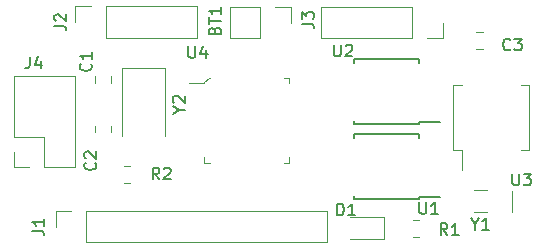
<source format=gto>
%TF.GenerationSoftware,KiCad,Pcbnew,(5.1.6-0-10_14)*%
%TF.CreationDate,2020-11-29T14:34:25+01:00*%
%TF.ProjectId,ArduinoClone,41726475-696e-46f4-936c-6f6e652e6b69,v1.0*%
%TF.SameCoordinates,Original*%
%TF.FileFunction,Legend,Top*%
%TF.FilePolarity,Positive*%
%FSLAX46Y46*%
G04 Gerber Fmt 4.6, Leading zero omitted, Abs format (unit mm)*
G04 Created by KiCad (PCBNEW (5.1.6-0-10_14)) date 2020-11-29 14:34:25*
%MOMM*%
%LPD*%
G01*
G04 APERTURE LIST*
%ADD10C,0.120000*%
%ADD11C,0.150000*%
%ADD12C,0.100000*%
G04 APERTURE END LIST*
D10*
%TO.C,BT1*%
X110811000Y-127448000D02*
X110811000Y-130108000D01*
X113411000Y-127448000D02*
X110811000Y-127448000D01*
X113411000Y-130108000D02*
X110811000Y-130108000D01*
X113411000Y-127448000D02*
X113411000Y-130108000D01*
X114681000Y-127448000D02*
X116011000Y-127448000D01*
X116011000Y-127448000D02*
X116011000Y-128778000D01*
%TO.C,C1*%
X99366000Y-133333748D02*
X99366000Y-133856252D01*
X100786000Y-133333748D02*
X100786000Y-133856252D01*
%TO.C,C2*%
X99366000Y-138047252D02*
X99366000Y-137524748D01*
X100786000Y-138047252D02*
X100786000Y-137524748D01*
%TO.C,C3*%
X132223252Y-131012000D02*
X131700748Y-131012000D01*
X132223252Y-129592000D02*
X131700748Y-129592000D01*
%TO.C,D1*%
X123898000Y-145217000D02*
X121038000Y-145217000D01*
X123898000Y-147137000D02*
X123898000Y-145217000D01*
X121038000Y-147137000D02*
X123898000Y-147137000D01*
%TO.C,J1*%
X96079000Y-146050000D02*
X96079000Y-144720000D01*
X96079000Y-144720000D02*
X97409000Y-144720000D01*
X98679000Y-144720000D02*
X119059000Y-144720000D01*
X119059000Y-147380000D02*
X119059000Y-144720000D01*
X98679000Y-147380000D02*
X119059000Y-147380000D01*
X98679000Y-147380000D02*
X98679000Y-144720000D01*
%TO.C,J2*%
X97730000Y-128728000D02*
X97730000Y-127398000D01*
X97730000Y-127398000D02*
X99060000Y-127398000D01*
X100330000Y-127398000D02*
X108010000Y-127398000D01*
X108010000Y-130058000D02*
X108010000Y-127398000D01*
X100330000Y-130058000D02*
X108010000Y-130058000D01*
X100330000Y-130058000D02*
X100330000Y-127398000D01*
%TO.C,J3*%
X126238000Y-127448000D02*
X126238000Y-130108000D01*
X126238000Y-127448000D02*
X118558000Y-127448000D01*
X118558000Y-127448000D02*
X118558000Y-130108000D01*
X126238000Y-130108000D02*
X118558000Y-130108000D01*
X128838000Y-130108000D02*
X127508000Y-130108000D01*
X128838000Y-128778000D02*
X128838000Y-130108000D01*
%TO.C,J4*%
X93853000Y-141030000D02*
X92523000Y-141030000D01*
X92523000Y-141030000D02*
X92523000Y-139700000D01*
X95123000Y-141030000D02*
X95123000Y-138430000D01*
X95123000Y-138430000D02*
X92523000Y-138430000D01*
X92523000Y-138430000D02*
X92523000Y-133290000D01*
X97723000Y-133290000D02*
X92523000Y-133290000D01*
X97723000Y-141030000D02*
X97723000Y-133290000D01*
X97723000Y-141030000D02*
X95123000Y-141030000D01*
%TO.C,R1*%
X126348748Y-146887000D02*
X126871252Y-146887000D01*
X126348748Y-145467000D02*
X126871252Y-145467000D01*
%TO.C,R2*%
X101837748Y-140895000D02*
X102360252Y-140895000D01*
X101837748Y-142315000D02*
X102360252Y-142315000D01*
D11*
%TO.C,U1*%
X126829000Y-143725000D02*
X126829000Y-143520000D01*
X121329000Y-143725000D02*
X121329000Y-143425000D01*
X121329000Y-138215000D02*
X121329000Y-138515000D01*
X126829000Y-138215000D02*
X126829000Y-138515000D01*
X126829000Y-143725000D02*
X121329000Y-143725000D01*
X126829000Y-138215000D02*
X121329000Y-138215000D01*
X126829000Y-143520000D02*
X128579000Y-143520000D01*
%TO.C,U2*%
X126829000Y-137170000D02*
X128579000Y-137170000D01*
X126829000Y-131865000D02*
X121329000Y-131865000D01*
X126829000Y-137375000D02*
X121329000Y-137375000D01*
X126829000Y-131865000D02*
X126829000Y-132165000D01*
X121329000Y-131865000D02*
X121329000Y-132165000D01*
X121329000Y-137375000D02*
X121329000Y-137075000D01*
X126829000Y-137375000D02*
X126829000Y-137170000D01*
D10*
%TO.C,U3*%
X130504000Y-139539000D02*
X130504000Y-141229000D01*
X129759000Y-139539000D02*
X130504000Y-139539000D01*
X129759000Y-136779000D02*
X129759000Y-139539000D01*
X129759000Y-134019000D02*
X130504000Y-134019000D01*
X129759000Y-136779000D02*
X129759000Y-134019000D01*
X136179000Y-139539000D02*
X135434000Y-139539000D01*
X136179000Y-136779000D02*
X136179000Y-139539000D01*
X136179000Y-134019000D02*
X135434000Y-134019000D01*
X136179000Y-136779000D02*
X136179000Y-134019000D01*
D12*
%TO.C,U4*%
X108668000Y-140633000D02*
X108668000Y-140183000D01*
X108668000Y-140633000D02*
X109118000Y-140633000D01*
X115868000Y-140633000D02*
X115418000Y-140633000D01*
X115868000Y-140633000D02*
X115868000Y-140183000D01*
X115868000Y-133433000D02*
X115868000Y-133883000D01*
X115868000Y-133433000D02*
X115418000Y-133433000D01*
X108668000Y-133883000D02*
X107368000Y-133883000D01*
X108668000Y-133783000D02*
X108668000Y-133883000D01*
X109018000Y-133433000D02*
X108668000Y-133783000D01*
X109118000Y-133433000D02*
X109018000Y-133433000D01*
D10*
%TO.C,Y1*%
X134754000Y-144791000D02*
X134754000Y-142991000D01*
X132604000Y-142941000D02*
X131504000Y-142941000D01*
X132604000Y-144841000D02*
X131504000Y-144841000D01*
%TO.C,Y2*%
X101705000Y-132641000D02*
X101705000Y-138391000D01*
X105305000Y-132641000D02*
X101705000Y-132641000D01*
X105305000Y-138391000D02*
X105305000Y-132641000D01*
%TO.C,BT1*%
D11*
X109529571Y-129436714D02*
X109577190Y-129293857D01*
X109624809Y-129246238D01*
X109720047Y-129198619D01*
X109862904Y-129198619D01*
X109958142Y-129246238D01*
X110005761Y-129293857D01*
X110053380Y-129389095D01*
X110053380Y-129770047D01*
X109053380Y-129770047D01*
X109053380Y-129436714D01*
X109101000Y-129341476D01*
X109148619Y-129293857D01*
X109243857Y-129246238D01*
X109339095Y-129246238D01*
X109434333Y-129293857D01*
X109481952Y-129341476D01*
X109529571Y-129436714D01*
X109529571Y-129770047D01*
X109053380Y-128912904D02*
X109053380Y-128341476D01*
X110053380Y-128627190D02*
X109053380Y-128627190D01*
X110053380Y-127484333D02*
X110053380Y-128055761D01*
X110053380Y-127770047D02*
X109053380Y-127770047D01*
X109196238Y-127865285D01*
X109291476Y-127960523D01*
X109339095Y-128055761D01*
%TO.C,C1*%
X99036142Y-132246666D02*
X99083761Y-132294285D01*
X99131380Y-132437142D01*
X99131380Y-132532380D01*
X99083761Y-132675238D01*
X98988523Y-132770476D01*
X98893285Y-132818095D01*
X98702809Y-132865714D01*
X98559952Y-132865714D01*
X98369476Y-132818095D01*
X98274238Y-132770476D01*
X98179000Y-132675238D01*
X98131380Y-132532380D01*
X98131380Y-132437142D01*
X98179000Y-132294285D01*
X98226619Y-132246666D01*
X99131380Y-131294285D02*
X99131380Y-131865714D01*
X99131380Y-131580000D02*
X98131380Y-131580000D01*
X98274238Y-131675238D01*
X98369476Y-131770476D01*
X98417095Y-131865714D01*
%TO.C,C2*%
X99417142Y-140628666D02*
X99464761Y-140676285D01*
X99512380Y-140819142D01*
X99512380Y-140914380D01*
X99464761Y-141057238D01*
X99369523Y-141152476D01*
X99274285Y-141200095D01*
X99083809Y-141247714D01*
X98940952Y-141247714D01*
X98750476Y-141200095D01*
X98655238Y-141152476D01*
X98560000Y-141057238D01*
X98512380Y-140914380D01*
X98512380Y-140819142D01*
X98560000Y-140676285D01*
X98607619Y-140628666D01*
X98607619Y-140247714D02*
X98560000Y-140200095D01*
X98512380Y-140104857D01*
X98512380Y-139866761D01*
X98560000Y-139771523D01*
X98607619Y-139723904D01*
X98702857Y-139676285D01*
X98798095Y-139676285D01*
X98940952Y-139723904D01*
X99512380Y-140295333D01*
X99512380Y-139676285D01*
%TO.C,C3*%
X134580333Y-131040142D02*
X134532714Y-131087761D01*
X134389857Y-131135380D01*
X134294619Y-131135380D01*
X134151761Y-131087761D01*
X134056523Y-130992523D01*
X134008904Y-130897285D01*
X133961285Y-130706809D01*
X133961285Y-130563952D01*
X134008904Y-130373476D01*
X134056523Y-130278238D01*
X134151761Y-130183000D01*
X134294619Y-130135380D01*
X134389857Y-130135380D01*
X134532714Y-130183000D01*
X134580333Y-130230619D01*
X134913666Y-130135380D02*
X135532714Y-130135380D01*
X135199380Y-130516333D01*
X135342238Y-130516333D01*
X135437476Y-130563952D01*
X135485095Y-130611571D01*
X135532714Y-130706809D01*
X135532714Y-130944904D01*
X135485095Y-131040142D01*
X135437476Y-131087761D01*
X135342238Y-131135380D01*
X135056523Y-131135380D01*
X134961285Y-131087761D01*
X134913666Y-131040142D01*
%TO.C,D1*%
X119911904Y-145105380D02*
X119911904Y-144105380D01*
X120150000Y-144105380D01*
X120292857Y-144153000D01*
X120388095Y-144248238D01*
X120435714Y-144343476D01*
X120483333Y-144533952D01*
X120483333Y-144676809D01*
X120435714Y-144867285D01*
X120388095Y-144962523D01*
X120292857Y-145057761D01*
X120150000Y-145105380D01*
X119911904Y-145105380D01*
X121435714Y-145105380D02*
X120864285Y-145105380D01*
X121150000Y-145105380D02*
X121150000Y-144105380D01*
X121054761Y-144248238D01*
X120959523Y-144343476D01*
X120864285Y-144391095D01*
%TO.C,J1*%
X94091380Y-146383333D02*
X94805666Y-146383333D01*
X94948523Y-146430952D01*
X95043761Y-146526190D01*
X95091380Y-146669047D01*
X95091380Y-146764285D01*
X95091380Y-145383333D02*
X95091380Y-145954761D01*
X95091380Y-145669047D02*
X94091380Y-145669047D01*
X94234238Y-145764285D01*
X94329476Y-145859523D01*
X94377095Y-145954761D01*
%TO.C,J2*%
X95972380Y-129061333D02*
X96686666Y-129061333D01*
X96829523Y-129108952D01*
X96924761Y-129204190D01*
X96972380Y-129347047D01*
X96972380Y-129442285D01*
X96067619Y-128632761D02*
X96020000Y-128585142D01*
X95972380Y-128489904D01*
X95972380Y-128251809D01*
X96020000Y-128156571D01*
X96067619Y-128108952D01*
X96162857Y-128061333D01*
X96258095Y-128061333D01*
X96400952Y-128108952D01*
X96972380Y-128680380D01*
X96972380Y-128061333D01*
%TO.C,J3*%
X116927380Y-128857333D02*
X117641666Y-128857333D01*
X117784523Y-128904952D01*
X117879761Y-129000190D01*
X117927380Y-129143047D01*
X117927380Y-129238285D01*
X116927380Y-128476380D02*
X116927380Y-127857333D01*
X117308333Y-128190666D01*
X117308333Y-128047809D01*
X117355952Y-127952571D01*
X117403571Y-127904952D01*
X117498809Y-127857333D01*
X117736904Y-127857333D01*
X117832142Y-127904952D01*
X117879761Y-127952571D01*
X117927380Y-128047809D01*
X117927380Y-128333523D01*
X117879761Y-128428761D01*
X117832142Y-128476380D01*
%TO.C,J4*%
X93900666Y-131659380D02*
X93900666Y-132373666D01*
X93853047Y-132516523D01*
X93757809Y-132611761D01*
X93614952Y-132659380D01*
X93519714Y-132659380D01*
X94805428Y-131992714D02*
X94805428Y-132659380D01*
X94567333Y-131611761D02*
X94329238Y-132326047D01*
X94948285Y-132326047D01*
%TO.C,R1*%
X129246333Y-146756380D02*
X128913000Y-146280190D01*
X128674904Y-146756380D02*
X128674904Y-145756380D01*
X129055857Y-145756380D01*
X129151095Y-145804000D01*
X129198714Y-145851619D01*
X129246333Y-145946857D01*
X129246333Y-146089714D01*
X129198714Y-146184952D01*
X129151095Y-146232571D01*
X129055857Y-146280190D01*
X128674904Y-146280190D01*
X130198714Y-146756380D02*
X129627285Y-146756380D01*
X129913000Y-146756380D02*
X129913000Y-145756380D01*
X129817761Y-145899238D01*
X129722523Y-145994476D01*
X129627285Y-146042095D01*
%TO.C,R2*%
X104862333Y-142057380D02*
X104529000Y-141581190D01*
X104290904Y-142057380D02*
X104290904Y-141057380D01*
X104671857Y-141057380D01*
X104767095Y-141105000D01*
X104814714Y-141152619D01*
X104862333Y-141247857D01*
X104862333Y-141390714D01*
X104814714Y-141485952D01*
X104767095Y-141533571D01*
X104671857Y-141581190D01*
X104290904Y-141581190D01*
X105243285Y-141152619D02*
X105290904Y-141105000D01*
X105386142Y-141057380D01*
X105624238Y-141057380D01*
X105719476Y-141105000D01*
X105767095Y-141152619D01*
X105814714Y-141247857D01*
X105814714Y-141343095D01*
X105767095Y-141485952D01*
X105195666Y-142057380D01*
X105814714Y-142057380D01*
%TO.C,U1*%
X126873095Y-143978380D02*
X126873095Y-144787904D01*
X126920714Y-144883142D01*
X126968333Y-144930761D01*
X127063571Y-144978380D01*
X127254047Y-144978380D01*
X127349285Y-144930761D01*
X127396904Y-144883142D01*
X127444523Y-144787904D01*
X127444523Y-143978380D01*
X128444523Y-144978380D02*
X127873095Y-144978380D01*
X128158809Y-144978380D02*
X128158809Y-143978380D01*
X128063571Y-144121238D01*
X127968333Y-144216476D01*
X127873095Y-144264095D01*
%TO.C,U2*%
X119634095Y-130643380D02*
X119634095Y-131452904D01*
X119681714Y-131548142D01*
X119729333Y-131595761D01*
X119824571Y-131643380D01*
X120015047Y-131643380D01*
X120110285Y-131595761D01*
X120157904Y-131548142D01*
X120205523Y-131452904D01*
X120205523Y-130643380D01*
X120634095Y-130738619D02*
X120681714Y-130691000D01*
X120776952Y-130643380D01*
X121015047Y-130643380D01*
X121110285Y-130691000D01*
X121157904Y-130738619D01*
X121205523Y-130833857D01*
X121205523Y-130929095D01*
X121157904Y-131071952D01*
X120586476Y-131643380D01*
X121205523Y-131643380D01*
%TO.C,U3*%
X134747095Y-141565380D02*
X134747095Y-142374904D01*
X134794714Y-142470142D01*
X134842333Y-142517761D01*
X134937571Y-142565380D01*
X135128047Y-142565380D01*
X135223285Y-142517761D01*
X135270904Y-142470142D01*
X135318523Y-142374904D01*
X135318523Y-141565380D01*
X135699476Y-141565380D02*
X136318523Y-141565380D01*
X135985190Y-141946333D01*
X136128047Y-141946333D01*
X136223285Y-141993952D01*
X136270904Y-142041571D01*
X136318523Y-142136809D01*
X136318523Y-142374904D01*
X136270904Y-142470142D01*
X136223285Y-142517761D01*
X136128047Y-142565380D01*
X135842333Y-142565380D01*
X135747095Y-142517761D01*
X135699476Y-142470142D01*
%TO.C,U4*%
X107315095Y-130770380D02*
X107315095Y-131579904D01*
X107362714Y-131675142D01*
X107410333Y-131722761D01*
X107505571Y-131770380D01*
X107696047Y-131770380D01*
X107791285Y-131722761D01*
X107838904Y-131675142D01*
X107886523Y-131579904D01*
X107886523Y-130770380D01*
X108791285Y-131103714D02*
X108791285Y-131770380D01*
X108553190Y-130722761D02*
X108315095Y-131437047D01*
X108934142Y-131437047D01*
%TO.C,Y1*%
X131577809Y-145817190D02*
X131577809Y-146293380D01*
X131244476Y-145293380D02*
X131577809Y-145817190D01*
X131911142Y-145293380D01*
X132768285Y-146293380D02*
X132196857Y-146293380D01*
X132482571Y-146293380D02*
X132482571Y-145293380D01*
X132387333Y-145436238D01*
X132292095Y-145531476D01*
X132196857Y-145579095D01*
%TO.C,Y2*%
X106529190Y-136167190D02*
X107005380Y-136167190D01*
X106005380Y-136500523D02*
X106529190Y-136167190D01*
X106005380Y-135833857D01*
X106100619Y-135548142D02*
X106053000Y-135500523D01*
X106005380Y-135405285D01*
X106005380Y-135167190D01*
X106053000Y-135071952D01*
X106100619Y-135024333D01*
X106195857Y-134976714D01*
X106291095Y-134976714D01*
X106433952Y-135024333D01*
X107005380Y-135595761D01*
X107005380Y-134976714D01*
%TD*%
M02*

</source>
